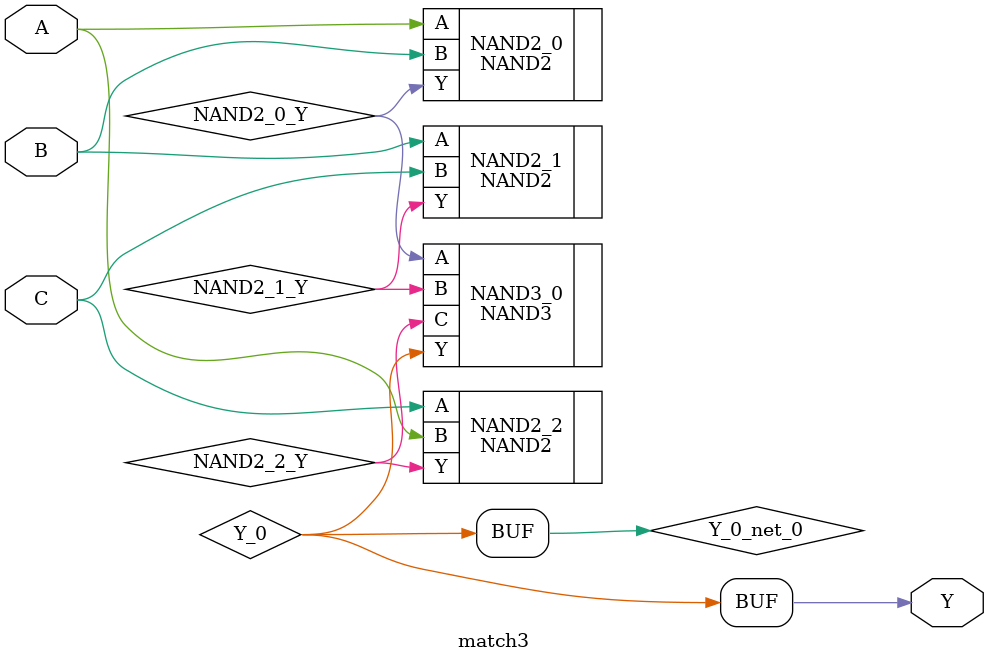
<source format=v>

`timescale 1ns / 100ps

module match3(
    // Inputs
    A,
    B,
    C,
    // Outputs
    Y
);

//--------------------------------------------------------------------
// Input
//--------------------------------------------------------------------
input  A;
input  B;
input  C;
//--------------------------------------------------------------------
// Output
//--------------------------------------------------------------------
output Y;
//--------------------------------------------------------------------
// Nets
//--------------------------------------------------------------------
wire   A;
wire   B;
wire   C;
wire   NAND2_0_Y;
wire   NAND2_1_Y;
wire   NAND2_2_Y;
wire   Y_0;
wire   Y_0_net_0;
//--------------------------------------------------------------------
// Top level output port assignments
//--------------------------------------------------------------------
assign Y_0_net_0 = Y_0;
assign Y         = Y_0_net_0;
//--------------------------------------------------------------------
// Component instances
//--------------------------------------------------------------------
//--------NAND2
NAND2 NAND2_0(
        // Inputs
        .A ( A ),
        .B ( B ),
        // Outputs
        .Y ( NAND2_0_Y ) 
        );

//--------NAND2
NAND2 NAND2_1(
        // Inputs
        .A ( B ),
        .B ( C ),
        // Outputs
        .Y ( NAND2_1_Y ) 
        );

//--------NAND2
NAND2 NAND2_2(
        // Inputs
        .A ( C ),
        .B ( A ),
        // Outputs
        .Y ( NAND2_2_Y ) 
        );

//--------NAND3
NAND3 NAND3_0(
        // Inputs
        .A ( NAND2_0_Y ),
        .B ( NAND2_1_Y ),
        .C ( NAND2_2_Y ),
        // Outputs
        .Y ( Y_0 ) 
        );


endmodule

</source>
